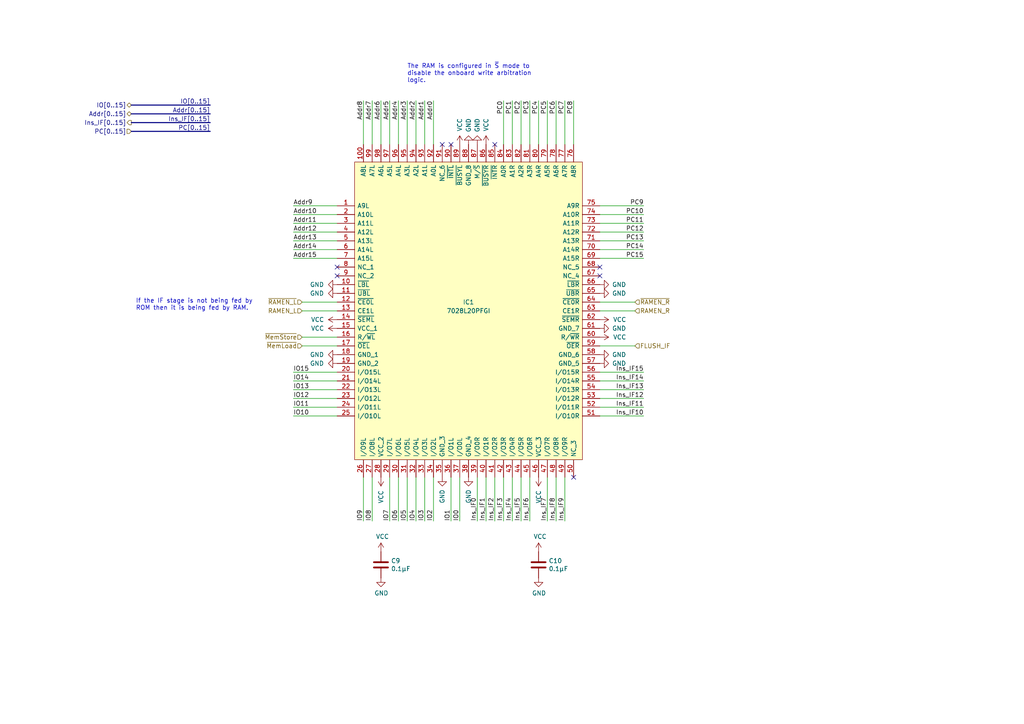
<source format=kicad_sch>
(kicad_sch (version 20250114) (generator "eeschema") (generator_version "9.0")
  (paper "A4")
  (title_block (title "Turtle16: RAM") (date "2023-11-07") (rev "D") (comment 3 "instruction on the second read port.") (comment 4 "RAM is implemented with a 64K x 16 dual port SRAM so that the IF stage can fetch an"))
  (lib_symbols
    (symbol "Device:C" (pin_numbers (hide yes)) (pin_names (offset 0.254))
      (property "Reference" "C" (at 0.635 2.54 0))
      (property "Value" "C" (at 0.635 -2.54 0))
      (symbol "C_0_1"
        (polyline (pts (xy -2.032 0.762) (xy 2.032 0.762)) (stroke (width 0.508)))
        (polyline (pts (xy -2.032 -0.762) (xy 2.032 -0.762)) (stroke (width 0.508)))
      )
      (symbol "C_1_1"
        (pin passive line (at 0 3.81 270) (length 2.794) (name "~") (number "1"))
        (pin passive line (at 0 -3.81 90) (length 2.794) (name "~") (number "2"))
      )
    )
    (symbol "Memory_RAM:7028L20PFGI" (pin_names (offset 0.762))
      (property "Reference" "U" (at 38.1 -27.94 0))
      (property "Value" "7028L20PFGI" (at 38.1 -30.48 0))
      (symbol "7028L20PFGI_0_0"
        (pin passive line (at 0 0 0) (length 5.08) (name "A9L") (number "1"))
        (pin passive line (at 0 -2.54 0) (length 5.08) (name "A10L") (number "2"))
        (pin passive line (at 0 -5.08 0) (length 5.08) (name "A11L") (number "3"))
        (pin passive line (at 0 -7.62 0) (length 5.08) (name "A12L") (number "4"))
        (pin passive line (at 0 -10.16 0) (length 5.08) (name "A13L") (number "5"))
        (pin passive line (at 0 -12.7 0) (length 5.08) (name "A14L") (number "6"))
        (pin passive line (at 0 -15.24 0) (length 5.08) (name "A15L") (number "7"))
        (pin passive line (at 0 -17.78 0) (length 5.08) (name "NC_1") (number "8"))
        (pin passive line (at 0 -20.32 0) (length 5.08) (name "NC_2") (number "9"))
        (pin passive line (at 0 -22.86 0) (length 5.08) (name "~{LBL}") (number "10"))
        (pin passive line (at 0 -25.4 0) (length 5.08) (name "~{UBL}") (number "11"))
        (pin passive line (at 0 -27.94 0) (length 5.08) (name "~{CE0L}") (number "12"))
        (pin passive line (at 0 -30.48 0) (length 5.08) (name "CE1L") (number "13"))
        (pin passive line (at 0 -33.02 0) (length 5.08) (name "~{SEML}") (number "14"))
        (pin passive line (at 0 -35.56 0) (length 5.08) (name "VCC_1") (number "15"))
        (pin passive line (at 0 -38.1 0) (length 5.08) (name "R/~{WL}") (number "16"))
        (pin passive line (at 0 -40.64 0) (length 5.08) (name "~{OEL}") (number "17"))
        (pin passive line (at 0 -43.18 0) (length 5.08) (name "GND_1") (number "18"))
        (pin passive line (at 0 -45.72 0) (length 5.08) (name "GND_2") (number "19"))
        (pin passive line (at 0 -48.26 0) (length 5.08) (name "I/O15L") (number "20"))
        (pin passive line (at 0 -50.8 0) (length 5.08) (name "I/O14L") (number "21"))
        (pin passive line (at 0 -53.34 0) (length 5.08) (name "I/O13L") (number "22"))
        (pin passive line (at 0 -55.88 0) (length 5.08) (name "I/O12L") (number "23"))
        (pin passive line (at 0 -58.42 0) (length 5.08) (name "I/O11L") (number "24"))
        (pin passive line (at 0 -60.96 0) (length 5.08) (name "I/O10L") (number "25"))
        (pin passive line (at 7.62 17.78 270) (length 5.08) (name "A8L") (number "100"))
        (pin passive line (at 7.62 -78.74 90) (length 5.08) (name "I/O9L") (number "26"))
        (pin passive line (at 10.16 17.78 270) (length 5.08) (name "A7L") (number "99"))
        (pin passive line (at 10.16 -78.74 90) (length 5.08) (name "I/O8L") (number "27"))
        (pin passive line (at 12.7 17.78 270) (length 5.08) (name "A6L") (number "98"))
        (pin passive line (at 12.7 -78.74 90) (length 5.08) (name "VCC_2") (number "28"))
        (pin passive line (at 15.24 17.78 270) (length 5.08) (name "A5L") (number "97"))
        (pin passive line (at 15.24 -78.74 90) (length 5.08) (name "I/O7L") (number "29"))
        (pin passive line (at 17.78 17.78 270) (length 5.08) (name "A4L") (number "96"))
        (pin passive line (at 17.78 -78.74 90) (length 5.08) (name "I/O6L") (number "30"))
        (pin passive line (at 20.32 17.78 270) (length 5.08) (name "A3L") (number "95"))
        (pin passive line (at 20.32 -78.74 90) (length 5.08) (name "I/O5L") (number "31"))
        (pin passive line (at 22.86 17.78 270) (length 5.08) (name "A2L") (number "94"))
        (pin passive line (at 22.86 -78.74 90) (length 5.08) (name "I/O4L") (number "32"))
        (pin passive line (at 25.4 17.78 270) (length 5.08) (name "A1L") (number "93"))
        (pin passive line (at 25.4 -78.74 90) (length 5.08) (name "I/O3L") (number "33"))
        (pin passive line (at 27.94 17.78 270) (length 5.08) (name "A0L") (number "92"))
        (pin passive line (at 27.94 -78.74 90) (length 5.08) (name "I/O2L") (number "34"))
        (pin passive line (at 30.48 17.78 270) (length 5.08) (name "NC_6") (number "91"))
        (pin passive line (at 30.48 -78.74 90) (length 5.08) (name "GND_3") (number "35"))
        (pin passive line (at 33.02 17.78 270) (length 5.08) (name "~{INTL}") (number "90"))
        (pin passive line (at 33.02 -78.74 90) (length 5.08) (name "I/O1L") (number "36"))
        (pin passive line (at 35.56 17.78 270) (length 5.08) (name "~{BUSYL}") (number "89"))
        (pin passive line (at 35.56 -78.74 90) (length 5.08) (name "I/O0L") (number "37"))
        (pin passive line (at 38.1 17.78 270) (length 5.08) (name "GND_8") (number "88"))
        (pin passive line (at 38.1 -78.74 90) (length 5.08) (name "GND_4") (number "38"))
        (pin passive line (at 40.64 17.78 270) (length 5.08) (name "M/~{S}") (number "87"))
        (pin passive line (at 40.64 -78.74 90) (length 5.08) (name "I/O0R") (number "39"))
        (pin passive line (at 43.18 17.78 270) (length 5.08) (name "~{BUSYR}") (number "86"))
        (pin passive line (at 43.18 -78.74 90) (length 5.08) (name "I/O1R") (number "40"))
        (pin passive line (at 45.72 17.78 270) (length 5.08) (name "~{INTR}") (number "85"))
        (pin passive line (at 45.72 -78.74 90) (length 5.08) (name "I/O2R") (number "41"))
        (pin passive line (at 48.26 17.78 270) (length 5.08) (name "A0R") (number "84"))
        (pin passive line (at 48.26 -78.74 90) (length 5.08) (name "I/O3R") (number "42"))
        (pin passive line (at 50.8 17.78 270) (length 5.08) (name "A1R") (number "83"))
        (pin passive line (at 50.8 -78.74 90) (length 5.08) (name "I/O4R") (number "43"))
        (pin passive line (at 53.34 17.78 270) (length 5.08) (name "A2R") (number "82"))
        (pin passive line (at 53.34 -78.74 90) (length 5.08) (name "I/O5R") (number "44"))
        (pin passive line (at 55.88 17.78 270) (length 5.08) (name "A3R") (number "81"))
        (pin passive line (at 55.88 -78.74 90) (length 5.08) (name "I/O6R") (number "45"))
        (pin passive line (at 58.42 17.78 270) (length 5.08) (name "A4R") (number "80"))
        (pin passive line (at 58.42 -78.74 90) (length 5.08) (name "VCC_3") (number "46"))
        (pin passive line (at 60.96 17.78 270) (length 5.08) (name "A5R") (number "79"))
        (pin passive line (at 60.96 -78.74 90) (length 5.08) (name "I/O7R") (number "47"))
        (pin passive line (at 63.5 17.78 270) (length 5.08) (name "A6R") (number "78"))
        (pin passive line (at 63.5 -78.74 90) (length 5.08) (name "I/O8R") (number "48"))
        (pin passive line (at 66.04 17.78 270) (length 5.08) (name "A7R") (number "77"))
        (pin passive line (at 66.04 -78.74 90) (length 5.08) (name "I/O9R") (number "49"))
        (pin passive line (at 68.58 17.78 270) (length 5.08) (name "A8R") (number "76"))
        (pin passive line (at 68.58 -78.74 90) (length 5.08) (name "NC_3") (number "50"))
        (pin passive line (at 76.2 0 180) (length 5.08) (name "A9R") (number "75"))
        (pin passive line (at 76.2 -2.54 180) (length 5.08) (name "A10R") (number "74"))
        (pin passive line (at 76.2 -5.08 180) (length 5.08) (name "A11R") (number "73"))
        (pin passive line (at 76.2 -7.62 180) (length 5.08) (name "A12R") (number "72"))
        (pin passive line (at 76.2 -10.16 180) (length 5.08) (name "A13R") (number "71"))
        (pin passive line (at 76.2 -12.7 180) (length 5.08) (name "A14R") (number "70"))
        (pin passive line (at 76.2 -15.24 180) (length 5.08) (name "A15R") (number "69"))
        (pin passive line (at 76.2 -17.78 180) (length 5.08) (name "NC_5") (number "68"))
        (pin passive line (at 76.2 -20.32 180) (length 5.08) (name "NC_4") (number "67"))
        (pin passive line (at 76.2 -22.86 180) (length 5.08) (name "~{LBR}") (number "66"))
        (pin passive line (at 76.2 -25.4 180) (length 5.08) (name "~{UBR}") (number "65"))
        (pin passive line (at 76.2 -27.94 180) (length 5.08) (name "~{CE0R}") (number "64"))
        (pin passive line (at 76.2 -30.48 180) (length 5.08) (name "CE1R") (number "63"))
        (pin passive line (at 76.2 -33.02 180) (length 5.08) (name "~{SEMR}") (number "62"))
        (pin passive line (at 76.2 -35.56 180) (length 5.08) (name "GND_7") (number "61"))
        (pin passive line (at 76.2 -38.1 180) (length 5.08) (name "R/~{WR}") (number "60"))
        (pin passive line (at 76.2 -40.64 180) (length 5.08) (name "~{OER}") (number "59"))
        (pin passive line (at 76.2 -43.18 180) (length 5.08) (name "GND_6") (number "58"))
        (pin passive line (at 76.2 -45.72 180) (length 5.08) (name "GND_5") (number "57"))
        (pin passive line (at 76.2 -48.26 180) (length 5.08) (name "I/O15R") (number "56"))
        (pin passive line (at 76.2 -50.8 180) (length 5.08) (name "I/O14R") (number "55"))
        (pin passive line (at 76.2 -53.34 180) (length 5.08) (name "I/O13R") (number "54"))
        (pin passive line (at 76.2 -55.88 180) (length 5.08) (name "I/O12R") (number "53"))
        (pin passive line (at 76.2 -58.42 180) (length 5.08) (name "I/O11R") (number "52"))
        (pin passive line (at 76.2 -60.96 180) (length 5.08) (name "I/O10R") (number "51"))
      )
      (symbol "7028L20PFGI_0_1"
        (polyline (pts (xy 5.08 12.7) (xy 71.12 12.7) (xy 71.12 -73.66) (xy 5.08 -73.66) (xy 5.08 12.7)) (stroke (width 0.1524)) (fill (type background)))
      )
    )
    (symbol "power:GND" (power) (pin_names (offset 0))
      (property "Value" "GND" (at 0 -3.81 0))
      (symbol "GND_0_1"
        (polyline (pts (xy 0 0) (xy 0 -1.27) (xy 1.27 -1.27) (xy 0 -2.54) (xy -1.27 -1.27) (xy 0 -1.27)))
      )
      (symbol "GND_1_1"
        (pin power_in line (at 0 0 270) (length 0) (hide yes) (name "GND") (number "1"))
      )
    )
    (symbol "power:VCC" (power) (pin_names (offset 0))
      (property "Value" "VCC" (at 0 3.81 0))
      (symbol "VCC_0_1"
        (polyline (pts (xy -0.762 1.27) (xy 0 2.54)))
        (polyline (pts (xy 0 2.54) (xy 0.762 1.27)))
        (polyline (pts (xy 0 0) (xy 0 2.54)))
      )
      (symbol "VCC_1_1"
        (pin power_in line (at 0 0 90) (length 0) (hide yes) (name "VCC") (number "1"))
      )
    )
  )
  (text "The RAM is configured in ~{S} mode to\ndisable the onboard write arbitration\nlogic." (at 118.11 24.13 0) (effects (font (size 1.27 1.27)) (justify left bottom)))
  (text "If the IF stage is not being fed by\nROM then it is being fed by RAM." (at 39.37 90.17 0) (effects (font (size 1.27 1.27)) (justify left bottom)))
  (no_connect (at 143.51 41.91))
  (no_connect (at 130.81 41.91))
  (no_connect (at 97.79 77.47))
  (no_connect (at 97.79 80.01))
  (no_connect (at 166.37 138.43))
  (no_connect (at 128.27 41.91))
  (no_connect (at 173.99 77.47))
  (no_connect (at 173.99 80.01))
  (wire (pts (xy 166.37 29.21) (xy 166.37 41.91)))
  (wire (pts (xy 186.69 120.65) (xy 173.99 120.65)))
  (wire (pts (xy 85.09 107.95) (xy 97.79 107.95)))
  (wire (pts (xy 184.15 87.63) (xy 173.99 87.63)))
  (wire (pts (xy 120.65 151.13) (xy 120.65 138.43)))
  (wire (pts (xy 130.81 151.13) (xy 130.81 138.43)))
  (wire (pts (xy 153.67 151.13) (xy 153.67 138.43)))
  (wire (pts (xy 110.49 29.21) (xy 110.49 41.91)))
  (wire (pts (xy 118.11 151.13) (xy 118.11 138.43)))
  (bus (pts (xy 38.1 35.56) (xy 60.96 35.56)))
  (wire (pts (xy 105.41 29.21) (xy 105.41 41.91)))
  (wire (pts (xy 153.67 29.21) (xy 153.67 41.91)))
  (wire (pts (xy 148.59 29.21) (xy 148.59 41.91)))
  (wire (pts (xy 186.69 118.11) (xy 173.99 118.11)))
  (wire (pts (xy 85.09 62.23) (xy 97.79 62.23)))
  (wire (pts (xy 85.09 72.39) (xy 97.79 72.39)))
  (wire (pts (xy 85.09 113.03) (xy 97.79 113.03)))
  (wire (pts (xy 115.57 151.13) (xy 115.57 138.43)))
  (wire (pts (xy 186.69 72.39) (xy 173.99 72.39)))
  (wire (pts (xy 161.29 151.13) (xy 161.29 138.43)))
  (wire (pts (xy 158.75 29.21) (xy 158.75 41.91)))
  (wire (pts (xy 85.09 67.31) (xy 97.79 67.31)))
  (wire (pts (xy 186.69 69.85) (xy 173.99 69.85)))
  (wire (pts (xy 186.69 64.77) (xy 173.99 64.77)))
  (wire (pts (xy 186.69 74.93) (xy 173.99 74.93)))
  (wire (pts (xy 133.35 151.13) (xy 133.35 138.43)))
  (wire (pts (xy 107.95 151.13) (xy 107.95 138.43)))
  (wire (pts (xy 115.57 29.21) (xy 115.57 41.91)))
  (wire (pts (xy 87.63 90.17) (xy 97.79 90.17)))
  (wire (pts (xy 163.83 151.13) (xy 163.83 138.43)))
  (wire (pts (xy 85.09 115.57) (xy 97.79 115.57)))
  (wire (pts (xy 156.21 29.21) (xy 156.21 41.91)))
  (wire (pts (xy 85.09 64.77) (xy 97.79 64.77)))
  (wire (pts (xy 123.19 29.21) (xy 123.19 41.91)))
  (wire (pts (xy 118.11 29.21) (xy 118.11 41.91)))
  (wire (pts (xy 184.15 90.17) (xy 173.99 90.17)))
  (wire (pts (xy 186.69 62.23) (xy 173.99 62.23)))
  (wire (pts (xy 186.69 115.57) (xy 173.99 115.57)))
  (wire (pts (xy 107.95 29.21) (xy 107.95 41.91)))
  (wire (pts (xy 186.69 67.31) (xy 173.99 67.31)))
  (wire (pts (xy 158.75 151.13) (xy 158.75 138.43)))
  (wire (pts (xy 113.03 151.13) (xy 113.03 138.43)))
  (bus (pts (xy 38.1 38.1) (xy 60.96 38.1)))
  (wire (pts (xy 186.69 107.95) (xy 173.99 107.95)))
  (wire (pts (xy 85.09 120.65) (xy 97.79 120.65)))
  (wire (pts (xy 123.19 151.13) (xy 123.19 138.43)))
  (wire (pts (xy 161.29 29.21) (xy 161.29 41.91)))
  (wire (pts (xy 151.13 29.21) (xy 151.13 41.91)))
  (wire (pts (xy 85.09 74.93) (xy 97.79 74.93)))
  (wire (pts (xy 105.41 151.13) (xy 105.41 138.43)))
  (wire (pts (xy 87.63 97.79) (xy 97.79 97.79)))
  (wire (pts (xy 163.83 29.21) (xy 163.83 41.91)))
  (wire (pts (xy 148.59 151.13) (xy 148.59 138.43)))
  (wire (pts (xy 140.97 151.13) (xy 140.97 138.43)))
  (wire (pts (xy 113.03 29.21) (xy 113.03 41.91)))
  (wire (pts (xy 186.69 110.49) (xy 173.99 110.49)))
  (wire (pts (xy 125.73 29.21) (xy 125.73 41.91)))
  (wire (pts (xy 85.09 118.11) (xy 97.79 118.11)))
  (wire (pts (xy 146.05 29.21) (xy 146.05 41.91)))
  (wire (pts (xy 120.65 29.21) (xy 120.65 41.91)))
  (wire (pts (xy 85.09 69.85) (xy 97.79 69.85)))
  (wire (pts (xy 143.51 151.13) (xy 143.51 138.43)))
  (wire (pts (xy 85.09 110.49) (xy 97.79 110.49)))
  (wire (pts (xy 151.13 151.13) (xy 151.13 138.43)))
  (wire (pts (xy 146.05 151.13) (xy 146.05 138.43)))
  (wire (pts (xy 184.15 100.33) (xy 173.99 100.33)))
  (bus (pts (xy 38.1 30.48) (xy 60.96 30.48)))
  (wire (pts (xy 125.73 151.13) (xy 125.73 138.43)))
  (wire (pts (xy 87.63 100.33) (xy 97.79 100.33)))
  (bus (pts (xy 38.1 33.02) (xy 60.96 33.02)))
  (wire (pts (xy 87.63 87.63) (xy 97.79 87.63)))
  (wire (pts (xy 186.69 113.03) (xy 173.99 113.03)))
  (wire (pts (xy 85.09 59.69) (xy 97.79 59.69)))
  (wire (pts (xy 186.69 59.69) (xy 173.99 59.69)))
  (wire (pts (xy 138.43 151.13) (xy 138.43 138.43)))
  (label "Ins_IF8" (at 161.29 151.13 90))
  (label "Ins_IF1" (at 140.97 151.13 90))
  (label "Addr0" (at 125.73 29.21 270))
  (label "IO0" (at 133.35 151.13 90))
  (label "Ins_IF4" (at 148.59 151.13 90))
  (label "PC1" (at 148.59 29.21 270))
  (label "IO5" (at 118.11 151.13 90))
  (label "Ins_IF7" (at 158.75 151.13 90))
  (label "IO2" (at 125.73 151.13 90))
  (label "Addr2" (at 120.65 29.21 270))
  (label "IO[0..15]" (at 60.96 30.48 180))
  (label "Ins_IF3" (at 146.05 151.13 90))
  (label "Ins_IF14" (at 186.69 110.49 180))
  (label "Ins_IF6" (at 153.67 151.13 90))
  (label "Ins_IF11" (at 186.69 118.11 180))
  (label "IO14" (at 85.09 110.49 0))
  (label "PC7" (at 163.83 29.21 270))
  (label "PC13" (at 186.69 69.85 180))
  (label "PC15" (at 186.69 74.93 180))
  (label "Ins_IF12" (at 186.69 115.57 180))
  (label "Addr9" (at 85.09 59.69 0))
  (label "Addr6" (at 110.49 29.21 270))
  (label "Addr13" (at 85.09 69.85 0))
  (label "PC[0..15]" (at 60.96 38.1 180))
  (label "Addr7" (at 107.95 29.21 270))
  (label "IO13" (at 85.09 113.03 0))
  (label "PC4" (at 156.21 29.21 270))
  (label "Ins_IF15" (at 186.69 107.95 180))
  (label "Addr14" (at 85.09 72.39 0))
  (label "Addr11" (at 85.09 64.77 0))
  (label "Ins_IF0" (at 138.43 151.13 90))
  (label "IO1" (at 130.81 151.13 90))
  (label "IO15" (at 85.09 107.95 0))
  (label "Ins_IF[0..15]" (at 60.96 35.56 180))
  (label "Addr15" (at 85.09 74.93 0))
  (label "PC9" (at 186.69 59.69 180))
  (label "Ins_IF2" (at 143.51 151.13 90))
  (label "Ins_IF10" (at 186.69 120.65 180))
  (label "IO8" (at 107.95 151.13 90))
  (label "IO6" (at 115.57 151.13 90))
  (label "Ins_IF5" (at 151.13 151.13 90))
  (label "Ins_IF9" (at 163.83 151.13 90))
  (label "PC5" (at 158.75 29.21 270))
  (label "IO7" (at 113.03 151.13 90))
  (label "Addr12" (at 85.09 67.31 0))
  (label "Addr1" (at 123.19 29.21 270))
  (label "Addr10" (at 85.09 62.23 0))
  (label "IO11" (at 85.09 118.11 0))
  (label "PC2" (at 151.13 29.21 270))
  (label "PC0" (at 146.05 29.21 270))
  (label "PC6" (at 161.29 29.21 270))
  (label "Ins_IF13" (at 186.69 113.03 180))
  (label "IO4" (at 120.65 151.13 90))
  (label "PC10" (at 186.69 62.23 180))
  (label "Addr3" (at 118.11 29.21 270))
  (label "PC3" (at 153.67 29.21 270))
  (label "PC14" (at 186.69 72.39 180))
  (label "IO12" (at 85.09 115.57 0))
  (label "Addr[0..15]" (at 60.96 33.02 180))
  (label "Addr4" (at 115.57 29.21 270))
  (label "Addr5" (at 113.03 29.21 270))
  (label "PC11" (at 186.69 64.77 180))
  (label "Addr8" (at 105.41 29.21 270))
  (label "IO3" (at 123.19 151.13 90))
  (label "PC12" (at 186.69 67.31 180))
  (label "PC8" (at 166.37 29.21 270))
  (label "IO9" (at 105.41 151.13 90))
  (label "IO10" (at 85.09 120.65 0))
  (hierarchical_label "~{RAMEN_R}" (shape input) (at 184.15 87.63 0))
  (hierarchical_label "IO[0..15]" (shape tri_state) (at 38.1 30.48 180))
  (hierarchical_label "RAMEN_R" (shape input) (at 184.15 90.17 0))
  (hierarchical_label "PC[0..15]" (shape input) (at 38.1 38.1 180))
  (hierarchical_label "FLUSH_IF" (shape input) (at 184.15 100.33 0))
  (hierarchical_label "~{RAMEN_L}" (shape input) (at 87.63 87.63 180))
  (hierarchical_label "Addr[0..15]" (shape tri_state) (at 38.1 33.02 180))
  (hierarchical_label "RAMEN_L" (shape input) (at 87.63 90.17 180))
  (hierarchical_label "Ins_IF[0..15]" (shape output) (at 38.1 35.56 180))
  (hierarchical_label "~{MemStore}" (shape input) (at 87.63 97.79 180))
  (hierarchical_label "~{MemLoad}" (shape input) (at 87.63 100.33 180))
  (symbol (lib_id "power:GND") (at 135.89 138.43 0) (unit 1)
    (property "Reference" "#PWR0118" (effects (hide yes)))
    (property "Value" "GND" (at 135.89 146.05 90) (effects (justify left)))
  )
  (symbol (lib_id "power:VCC") (at 156.21 138.43 0) (mirror x) (unit 1)
    (property "Reference" "#PWR0120" (effects (hide yes)))
    (property "Value" "VCC" (at 156.21 146.05 90) (effects (justify right)))
  )
  (symbol (lib_id "power:GND") (at 138.43 41.91 180) (unit 1)
    (property "Reference" "#PWR079" (effects (hide yes)))
    (property "Value" "GND" (at 138.43 34.29 90) (effects (justify left)))
  )
  (symbol (lib_id "power:GND") (at 173.99 95.25 90) (unit 1)
    (property "Reference" "#PWR0126" (effects (hide yes)))
    (property "Value" "GND" (at 181.61 95.25 90) (effects (justify left)))
  )
  (symbol (lib_id "power:GND") (at 110.49 167.64 0) (unit 1)
    (property "Reference" "#PWR0115" (effects (hide yes)))
    (property "Value" "GND" (at 110.617 172.0342 0))
  )
  (symbol (lib_id "power:VCC") (at 133.35 41.91 0) (mirror y) (unit 1)
    (property "Reference" "#PWR077" (effects (hide yes)))
    (property "Value" "VCC" (at 133.35 34.29 90) (effects (justify right)))
  )
  (symbol (lib_id "Device:C") (at 110.49 163.83 0) (unit 1)
    (property "Reference" "C9" (at 113.411 162.6616 0) (effects (justify left)))
    (property "Value" "0.1μF" (at 113.411 164.973 0) (effects (justify left)))
    (property "Footprint" "Capacitor_SMD:C_0603_1608Metric_Pad1.08x0.95mm_HandSolder" (effects (hide yes)))
    (property "Mouser" "https://www.mouser.com/ProductDetail/963-EMK107B7104KAHT" (effects (hide yes)))
  )
  (symbol (lib_id "power:VCC") (at 173.99 92.71 270) (mirror x) (unit 1)
    (property "Reference" "#PWR0125" (effects (hide yes)))
    (property "Value" "VCC" (at 177.8 92.7099 90) (effects (justify left)))
  )
  (symbol (lib_id "power:VCC") (at 97.79 92.71 90) (mirror x) (unit 1)
    (property "Reference" "#PWR0109" (effects (hide yes)))
    (property "Value" "VCC" (at 90.17 92.71 90) (effects (justify right)))
  )
  (symbol (lib_id "power:GND") (at 135.89 41.91 180) (unit 1)
    (property "Reference" "#PWR078" (effects (hide yes)))
    (property "Value" "GND" (at 135.89 34.29 90) (effects (justify left)))
  )
  (symbol (lib_id "power:VCC") (at 97.79 95.25 90) (mirror x) (unit 1)
    (property "Reference" "#PWR0110" (effects (hide yes)))
    (property "Value" "VCC" (at 90.17 95.25 90) (effects (justify right)))
  )
  (symbol (lib_id "power:GND") (at 173.99 82.55 90) (unit 1)
    (property "Reference" "#PWR0123" (effects (hide yes)))
    (property "Value" "GND" (at 181.61 82.55 90) (effects (justify left)))
  )
  (symbol (lib_id "power:GND") (at 173.99 102.87 90) (unit 1)
    (property "Reference" "#PWR0128" (effects (hide yes)))
    (property "Value" "GND" (at 181.61 102.87 90) (effects (justify left)))
  )
  (symbol (lib_id "power:GND") (at 156.21 167.64 0) (unit 1)
    (property "Reference" "#PWR0122" (effects (hide yes)))
    (property "Value" "GND" (at 156.337 172.0342 0))
  )
  (symbol (lib_id "power:VCC") (at 156.21 160.02 0) (unit 1)
    (property "Reference" "#PWR0121" (effects (hide yes)))
    (property "Value" "VCC" (at 156.6418 155.6258 0))
  )
  (symbol (lib_id "power:GND") (at 97.79 102.87 270) (unit 1)
    (property "Reference" "#PWR0111" (effects (hide yes)))
    (property "Value" "GND" (at 93.98 102.8699 90) (effects (justify right)))
  )
  (symbol (lib_id "Memory_RAM:7028L20PFGI") (at 97.79 59.69 0) (unit 1)
    (property "Reference" "IC1" (at 135.89 87.63 0))
    (property "Value" "7028L20PFGI" (at 135.89 90.17 0))
    (property "Footprint" "Package_QFP:TQFP-100_14x14mm_P0.5mm" (effects (hide yes)))
    (property "Datasheet" "https://www.idt.com/document/dst/7028-data-sheet" (effects (hide yes)))
    (property "Description" "TQFP 14.0 X 14.0 X 1.4 MM" (effects (hide yes)))
    (property "Height" "1.6" (effects (hide yes)))
    (property "Manufacturer_Name" "IDT" (effects (hide yes)))
    (property "Manufacturer_Part_Number" "7028L20PFGI" (effects (hide yes)))
    (property "Mouser Part Number" "972-7028L20PFGI" (effects (hide yes)))
    (property "Mouser Price/Stock" "https://www.mouser.com/Search/Refine.aspx?Keyword=972-7028L20PFGI" (effects (hide yes)))
  )
  (symbol (lib_id "power:GND") (at 97.79 82.55 270) (unit 1)
    (property "Reference" "#PWR0107" (effects (hide yes)))
    (property "Value" "GND" (at 93.98 82.5499 90) (effects (justify right)))
  )
  (symbol (lib_id "power:GND") (at 97.79 105.41 270) (unit 1)
    (property "Reference" "#PWR0112" (effects (hide yes)))
    (property "Value" "GND" (at 93.98 105.4099 90) (effects (justify right)))
  )
  (symbol (lib_id "power:VCC") (at 110.49 138.43 0) (mirror x) (unit 1)
    (property "Reference" "#PWR0113" (effects (hide yes)))
    (property "Value" "VCC" (at 110.49 146.05 90) (effects (justify right)))
  )
  (symbol (lib_id "power:VCC") (at 173.99 97.79 270) (mirror x) (unit 1)
    (property "Reference" "#PWR0127" (effects (hide yes)))
    (property "Value" "VCC" (at 177.8 97.7899 90) (effects (justify left)))
  )
  (symbol (lib_id "Device:C") (at 156.21 163.83 0) (unit 1)
    (property "Reference" "C10" (at 159.131 162.6616 0) (effects (justify left)))
    (property "Value" "0.1μF" (at 159.131 164.973 0) (effects (justify left)))
    (property "Footprint" "Capacitor_SMD:C_0603_1608Metric_Pad1.08x0.95mm_HandSolder" (effects (hide yes)))
    (property "Mouser" "https://www.mouser.com/ProductDetail/963-EMK107B7104KAHT" (effects (hide yes)))
  )
  (symbol (lib_id "power:GND") (at 97.79 85.09 270) (unit 1)
    (property "Reference" "#PWR0108" (effects (hide yes)))
    (property "Value" "GND" (at 93.98 85.0899 90) (effects (justify right)))
  )
  (symbol (lib_id "power:VCC") (at 110.49 160.02 0) (unit 1)
    (property "Reference" "#PWR0114" (effects (hide yes)))
    (property "Value" "VCC" (at 110.9218 155.6258 0))
  )
  (symbol (lib_id "power:GND") (at 173.99 105.41 90) (unit 1)
    (property "Reference" "#PWR0129" (effects (hide yes)))
    (property "Value" "GND" (at 181.61 105.41 90) (effects (justify left)))
  )
  (symbol (lib_id "power:VCC") (at 140.97 41.91 0) (mirror y) (unit 1)
    (property "Reference" "#PWR080" (effects (hide yes)))
    (property "Value" "VCC" (at 140.97 34.29 90) (effects (justify right)))
  )
  (symbol (lib_id "power:GND") (at 173.99 85.09 90) (unit 1)
    (property "Reference" "#PWR0124" (effects (hide yes)))
    (property "Value" "GND" (at 181.61 85.09 90) (effects (justify left)))
  )
  (symbol (lib_id "power:GND") (at 128.27 138.43 0) (unit 1)
    (property "Reference" "#PWR0116" (effects (hide yes)))
    (property "Value" "GND" (at 128.27 146.05 90) (effects (justify left)))
  )
)
</source>
